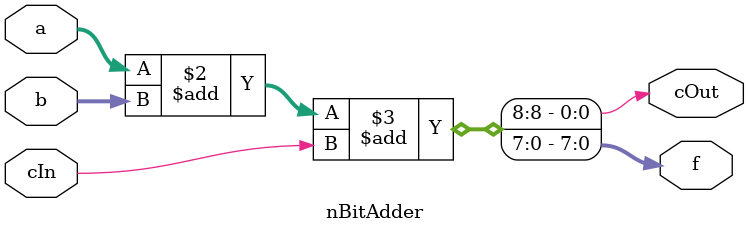
<source format=v>
module nBitAdder(f, cOut, a, b, cIn);
  parameter n = 7; 	

  output reg [n:0] f;
  output reg cOut;
  input [n:0] a;
  input [n:0] b;
  input cIn;

  always @(a, b, cIn)
    {cOut, f} = a + b + cIn;
endmodule
</source>
